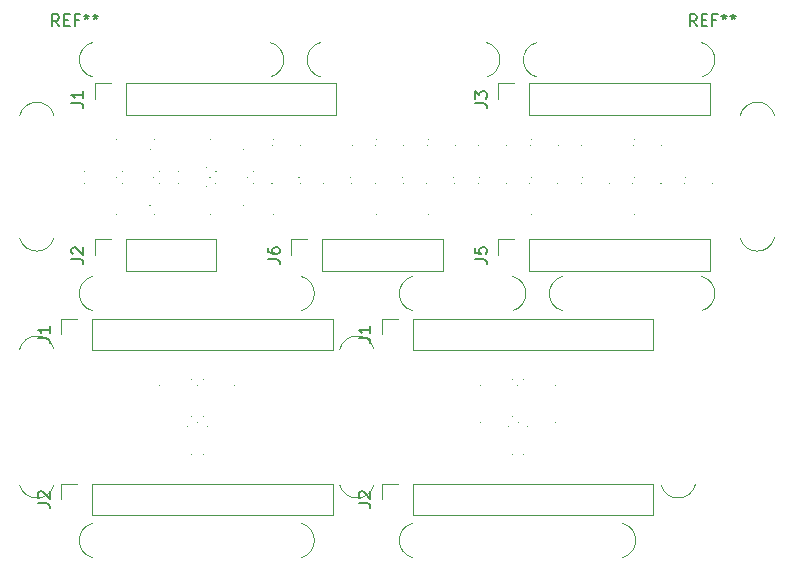
<source format=gbr>
G04 #@! TF.GenerationSoftware,KiCad,Pcbnew,(5.1.9)-1*
G04 #@! TF.CreationDate,2021-05-14T22:58:58-04:00*
G04 #@! TF.ProjectId,Scratch+Com Panelized,53637261-7463-4682-9b43-6f6d2050616e,rev?*
G04 #@! TF.SameCoordinates,Original*
G04 #@! TF.FileFunction,Legend,Top*
G04 #@! TF.FilePolarity,Positive*
%FSLAX46Y46*%
G04 Gerber Fmt 4.6, Leading zero omitted, Abs format (unit mm)*
G04 Created by KiCad (PCBNEW (5.1.9)-1) date 2021-05-14 22:58:58*
%MOMM*%
%LPD*%
G01*
G04 APERTURE LIST*
%ADD10C,0.120000*%
%ADD11C,0.100000*%
%ADD12C,0.150000*%
G04 APERTURE END LIST*
D10*
X143120316Y-84755451D02*
G75*
G02*
X143100001Y-81850001I379684J1455451D01*
G01*
X138879684Y-81844549D02*
G75*
G02*
X138899999Y-84749999I-379684J-1455451D01*
G01*
X124820316Y-84755451D02*
G75*
G02*
X124800001Y-81850001I379684J1455451D01*
G01*
X120579684Y-81844549D02*
G75*
G02*
X120599999Y-84749999I-379684J-1455451D01*
G01*
X145320316Y-104555451D02*
G75*
G02*
X145300001Y-101650001I379684J1455451D01*
G01*
X141079684Y-101644549D02*
G75*
G02*
X141099999Y-104549999I-379684J-1455451D01*
G01*
X132621410Y-125455737D02*
G75*
G02*
X132600000Y-122550000I378590J1455737D01*
G01*
X123178590Y-122544263D02*
G75*
G02*
X123200000Y-125450000I-378590J-1455737D01*
G01*
X129355737Y-119278590D02*
G75*
G02*
X126450000Y-119300000I-1455737J378590D01*
G01*
X156555737Y-119278590D02*
G75*
G02*
X153650000Y-119300000I-1455737J378590D01*
G01*
X150378590Y-122544263D02*
G75*
G02*
X150400000Y-125450000I-378590J-1455737D01*
G01*
X105521410Y-125455737D02*
G75*
G02*
X105500000Y-122550000I378590J1455737D01*
G01*
X102255737Y-119278590D02*
G75*
G02*
X99350000Y-119300000I-1455737J378590D01*
G01*
X99344263Y-88021410D02*
G75*
G02*
X102250000Y-88000000I1455737J-378590D01*
G01*
X105521410Y-84755737D02*
G75*
G02*
X105500000Y-81850000I378590J1455737D01*
G01*
X157078590Y-81844263D02*
G75*
G02*
X157100000Y-84750000I-378590J-1455737D01*
G01*
X160344263Y-88021410D02*
G75*
G02*
X163250000Y-88000000I1455737J-378590D01*
G01*
X163255737Y-98378590D02*
G75*
G02*
X160350000Y-98400000I-1455737J378590D01*
G01*
X157078590Y-101644263D02*
G75*
G02*
X157100000Y-104550000I-378590J-1455737D01*
G01*
X123178590Y-101644263D02*
G75*
G02*
X123200000Y-104550000I-378590J-1455737D01*
G01*
X132621410Y-104555737D02*
G75*
G02*
X132600000Y-101650000I378590J1455737D01*
G01*
X126444263Y-107821410D02*
G75*
G02*
X129350000Y-107800000I1455737J-378590D01*
G01*
X99344263Y-107821410D02*
G75*
G02*
X102250000Y-107800000I1455737J-378590D01*
G01*
X102255737Y-98378590D02*
G75*
G02*
X99350000Y-98400000I-1455737J378590D01*
G01*
X105521410Y-104555737D02*
G75*
G02*
X105500000Y-101650000I378590J1455737D01*
G01*
X122353000Y-99842000D02*
X122353000Y-98512000D01*
X122353000Y-98512000D02*
X123683000Y-98512000D01*
X124953000Y-98512000D02*
X135173000Y-98512000D01*
X135173000Y-101172000D02*
X135173000Y-98512000D01*
X124953000Y-101172000D02*
X135173000Y-101172000D01*
X124953000Y-101172000D02*
X124953000Y-98512000D01*
X139879000Y-99842000D02*
X139879000Y-98512000D01*
X139879000Y-98512000D02*
X141209000Y-98512000D01*
X142479000Y-98512000D02*
X157779000Y-98512000D01*
X157779000Y-101172000D02*
X157779000Y-98512000D01*
X142479000Y-101172000D02*
X157779000Y-101172000D01*
X142479000Y-101172000D02*
X142479000Y-98512000D01*
X139879000Y-86634000D02*
X139879000Y-85304000D01*
X139879000Y-85304000D02*
X141209000Y-85304000D01*
X142479000Y-85304000D02*
X157779000Y-85304000D01*
X157779000Y-87964000D02*
X157779000Y-85304000D01*
X142479000Y-87964000D02*
X157779000Y-87964000D01*
X142479000Y-87964000D02*
X142479000Y-85304000D01*
X105716000Y-99842000D02*
X105716000Y-98512000D01*
X105716000Y-98512000D02*
X107046000Y-98512000D01*
X108316000Y-98512000D02*
X115996000Y-98512000D01*
X115996000Y-101172000D02*
X115996000Y-98512000D01*
X108316000Y-101172000D02*
X115996000Y-101172000D01*
X108316000Y-101172000D02*
X108316000Y-98512000D01*
X105716000Y-86634000D02*
X105716000Y-85304000D01*
X105716000Y-85304000D02*
X107046000Y-85304000D01*
X108316000Y-85304000D02*
X126156000Y-85304000D01*
X126156000Y-87964000D02*
X126156000Y-85304000D01*
X108316000Y-87964000D02*
X126156000Y-87964000D01*
X108316000Y-87964000D02*
X108316000Y-85304000D01*
D11*
X115986000Y-92747500D02*
G75*
G03*
X115986000Y-92747500I-50000J0D01*
G01*
X118663500Y-90070000D02*
G75*
G03*
X118663500Y-90070000I-50000J0D01*
G01*
X115488500Y-96420000D02*
G75*
G03*
X115488500Y-96420000I-50000J0D01*
G01*
X115169246Y-94061754D02*
G75*
G03*
X115169246Y-94061754I-50000J0D01*
G01*
X118663500Y-93245000D02*
G75*
G03*
X118663500Y-93245000I-50000J0D01*
G01*
X118344246Y-95603246D02*
G75*
G03*
X118344246Y-95603246I-50000J0D01*
G01*
X118344246Y-90886754D02*
G75*
G03*
X118344246Y-90886754I-50000J0D01*
G01*
X118663500Y-96420000D02*
G75*
G03*
X118663500Y-96420000I-50000J0D01*
G01*
X119161000Y-92747500D02*
G75*
G03*
X119161000Y-92747500I-50000J0D01*
G01*
X115986000Y-93742500D02*
G75*
G03*
X115986000Y-93742500I-50000J0D01*
G01*
X119161000Y-93742500D02*
G75*
G03*
X119161000Y-93742500I-50000J0D01*
G01*
X112811000Y-92747500D02*
G75*
G03*
X112811000Y-92747500I-50000J0D01*
G01*
X115488500Y-90070000D02*
G75*
G03*
X115488500Y-90070000I-50000J0D01*
G01*
X115488500Y-93245000D02*
G75*
G03*
X115488500Y-93245000I-50000J0D01*
G01*
X115169246Y-92428246D02*
G75*
G03*
X115169246Y-92428246I-50000J0D01*
G01*
X112811000Y-93742500D02*
G75*
G03*
X112811000Y-93742500I-50000J0D01*
G01*
X110420746Y-90886254D02*
G75*
G03*
X110420746Y-90886254I-50000J0D01*
G01*
X107245746Y-92427746D02*
G75*
G03*
X107245746Y-92427746I-50000J0D01*
G01*
X110420746Y-95602746D02*
G75*
G03*
X110420746Y-95602746I-50000J0D01*
G01*
X110740000Y-90069500D02*
G75*
G03*
X110740000Y-90069500I-50000J0D01*
G01*
X110740000Y-93244500D02*
G75*
G03*
X110740000Y-93244500I-50000J0D01*
G01*
X108062500Y-93742000D02*
G75*
G03*
X108062500Y-93742000I-50000J0D01*
G01*
X107565000Y-93244500D02*
G75*
G03*
X107565000Y-93244500I-50000J0D01*
G01*
X107565000Y-96419500D02*
G75*
G03*
X107565000Y-96419500I-50000J0D01*
G01*
X111237500Y-92747000D02*
G75*
G03*
X111237500Y-92747000I-50000J0D01*
G01*
X107245746Y-94061254D02*
G75*
G03*
X107245746Y-94061254I-50000J0D01*
G01*
X111237500Y-93742000D02*
G75*
G03*
X111237500Y-93742000I-50000J0D01*
G01*
X108062500Y-92747000D02*
G75*
G03*
X108062500Y-92747000I-50000J0D01*
G01*
X110740000Y-96419500D02*
G75*
G03*
X110740000Y-96419500I-50000J0D01*
G01*
X107565000Y-90069500D02*
G75*
G03*
X107565000Y-90069500I-50000J0D01*
G01*
X104887500Y-93742000D02*
G75*
G03*
X104887500Y-93742000I-50000J0D01*
G01*
X104887500Y-92747000D02*
G75*
G03*
X104887500Y-92747000I-50000J0D01*
G01*
X120849125Y-90070000D02*
G75*
G03*
X120849125Y-90070000I-50000J0D01*
G01*
X123129750Y-90567500D02*
G75*
G03*
X123129750Y-90567500I-50000J0D01*
G01*
X123129750Y-93742500D02*
G75*
G03*
X123129750Y-93742500I-50000J0D01*
G01*
X120849125Y-96420000D02*
G75*
G03*
X120849125Y-96420000I-50000J0D01*
G01*
X120748500Y-93742500D02*
G75*
G03*
X120748500Y-93742500I-50000J0D01*
G01*
X120748500Y-90567500D02*
G75*
G03*
X120748500Y-90567500I-50000J0D01*
G01*
X123029125Y-93245000D02*
G75*
G03*
X123029125Y-93245000I-50000J0D01*
G01*
X125214750Y-90070000D02*
G75*
G03*
X125214750Y-90070000I-50000J0D01*
G01*
X127495375Y-90567500D02*
G75*
G03*
X127495375Y-90567500I-50000J0D01*
G01*
X127495375Y-93742500D02*
G75*
G03*
X127495375Y-93742500I-50000J0D01*
G01*
X125214750Y-96420000D02*
G75*
G03*
X125214750Y-96420000I-50000J0D01*
G01*
X125114125Y-93742500D02*
G75*
G03*
X125114125Y-93742500I-50000J0D01*
G01*
X125114125Y-90567500D02*
G75*
G03*
X125114125Y-90567500I-50000J0D01*
G01*
X127394750Y-93245000D02*
G75*
G03*
X127394750Y-93245000I-50000J0D01*
G01*
X129580375Y-90070000D02*
G75*
G03*
X129580375Y-90070000I-50000J0D01*
G01*
X131861000Y-90567500D02*
G75*
G03*
X131861000Y-90567500I-50000J0D01*
G01*
X131861000Y-93742500D02*
G75*
G03*
X131861000Y-93742500I-50000J0D01*
G01*
X129580375Y-96420000D02*
G75*
G03*
X129580375Y-96420000I-50000J0D01*
G01*
X129479750Y-93742500D02*
G75*
G03*
X129479750Y-93742500I-50000J0D01*
G01*
X129479750Y-90567500D02*
G75*
G03*
X129479750Y-90567500I-50000J0D01*
G01*
X131760375Y-93245000D02*
G75*
G03*
X131760375Y-93245000I-50000J0D01*
G01*
X133946000Y-90070000D02*
G75*
G03*
X133946000Y-90070000I-50000J0D01*
G01*
X136226625Y-90567500D02*
G75*
G03*
X136226625Y-90567500I-50000J0D01*
G01*
X136226625Y-93742500D02*
G75*
G03*
X136226625Y-93742500I-50000J0D01*
G01*
X133946000Y-96420000D02*
G75*
G03*
X133946000Y-96420000I-50000J0D01*
G01*
X133845375Y-93742500D02*
G75*
G03*
X133845375Y-93742500I-50000J0D01*
G01*
X133845375Y-90567500D02*
G75*
G03*
X133845375Y-90567500I-50000J0D01*
G01*
X136126000Y-93245000D02*
G75*
G03*
X136126000Y-93245000I-50000J0D01*
G01*
X138311625Y-90070000D02*
G75*
G03*
X138311625Y-90070000I-50000J0D01*
G01*
X140592250Y-90567500D02*
G75*
G03*
X140592250Y-90567500I-50000J0D01*
G01*
X140592250Y-93742500D02*
G75*
G03*
X140592250Y-93742500I-50000J0D01*
G01*
X138311625Y-96420000D02*
G75*
G03*
X138311625Y-96420000I-50000J0D01*
G01*
X138211000Y-93742500D02*
G75*
G03*
X138211000Y-93742500I-50000J0D01*
G01*
X138211000Y-90567500D02*
G75*
G03*
X138211000Y-90567500I-50000J0D01*
G01*
X138311625Y-93245000D02*
G75*
G03*
X138311625Y-93245000I-50000J0D01*
G01*
X142677250Y-90070000D02*
G75*
G03*
X142677250Y-90070000I-50000J0D01*
G01*
X144957875Y-90567500D02*
G75*
G03*
X144957875Y-90567500I-50000J0D01*
G01*
X144957875Y-93742500D02*
G75*
G03*
X144957875Y-93742500I-50000J0D01*
G01*
X142677250Y-96420000D02*
G75*
G03*
X142677250Y-96420000I-50000J0D01*
G01*
X142576625Y-93742500D02*
G75*
G03*
X142576625Y-93742500I-50000J0D01*
G01*
X142576625Y-90567500D02*
G75*
G03*
X142576625Y-90567500I-50000J0D01*
G01*
X142677250Y-93245000D02*
G75*
G03*
X142677250Y-93245000I-50000J0D01*
G01*
X147042875Y-90070000D02*
G75*
G03*
X147042875Y-90070000I-50000J0D01*
G01*
X149323500Y-90567500D02*
G75*
G03*
X149323500Y-90567500I-50000J0D01*
G01*
X149323500Y-93742500D02*
G75*
G03*
X149323500Y-93742500I-50000J0D01*
G01*
X147042875Y-96420000D02*
G75*
G03*
X147042875Y-96420000I-50000J0D01*
G01*
X146942250Y-93742500D02*
G75*
G03*
X146942250Y-93742500I-50000J0D01*
G01*
X146942250Y-90567500D02*
G75*
G03*
X146942250Y-90567500I-50000J0D01*
G01*
X147042875Y-93245000D02*
G75*
G03*
X147042875Y-93245000I-50000J0D01*
G01*
X151408500Y-90070000D02*
G75*
G03*
X151408500Y-90070000I-50000J0D01*
G01*
X153689125Y-90567500D02*
G75*
G03*
X153689125Y-90567500I-50000J0D01*
G01*
X153689125Y-93742500D02*
G75*
G03*
X153689125Y-93742500I-50000J0D01*
G01*
X151408500Y-96420000D02*
G75*
G03*
X151408500Y-96420000I-50000J0D01*
G01*
X151307875Y-93742500D02*
G75*
G03*
X151307875Y-93742500I-50000J0D01*
G01*
X151307875Y-90567500D02*
G75*
G03*
X151307875Y-90567500I-50000J0D01*
G01*
X151408500Y-93245000D02*
G75*
G03*
X151408500Y-93245000I-50000J0D01*
G01*
X155774125Y-90070000D02*
G75*
G03*
X155774125Y-90070000I-50000J0D01*
G01*
X158054750Y-90567500D02*
G75*
G03*
X158054750Y-90567500I-50000J0D01*
G01*
X158054750Y-93742500D02*
G75*
G03*
X158054750Y-93742500I-50000J0D01*
G01*
X155774125Y-96420000D02*
G75*
G03*
X155774125Y-96420000I-50000J0D01*
G01*
X155673500Y-93742500D02*
G75*
G03*
X155673500Y-93742500I-50000J0D01*
G01*
X155673500Y-90567500D02*
G75*
G03*
X155673500Y-90567500I-50000J0D01*
G01*
X155774125Y-93245000D02*
G75*
G03*
X155774125Y-93245000I-50000J0D01*
G01*
X111236500Y-110851000D02*
G75*
G03*
X111236500Y-110851000I-50000J0D01*
G01*
D10*
X102875000Y-120515000D02*
X102875000Y-119185000D01*
X102875000Y-119185000D02*
X104205000Y-119185000D01*
X105475000Y-119185000D02*
X125855000Y-119185000D01*
X125855000Y-121845000D02*
X125855000Y-119185000D01*
X105475000Y-121845000D02*
X125855000Y-121845000D01*
X105475000Y-121845000D02*
X105475000Y-119185000D01*
X102875000Y-106545000D02*
X102875000Y-105215000D01*
X102875000Y-105215000D02*
X104205000Y-105215000D01*
X105475000Y-105215000D02*
X125855000Y-105215000D01*
X125855000Y-107875000D02*
X125855000Y-105215000D01*
X105475000Y-107875000D02*
X125855000Y-107875000D01*
X105475000Y-107875000D02*
X105475000Y-105215000D01*
D11*
X114909000Y-110353500D02*
G75*
G03*
X114909000Y-110353500I-50000J0D01*
G01*
X117586500Y-110851000D02*
G75*
G03*
X117586500Y-110851000I-50000J0D01*
G01*
X116769746Y-111170254D02*
G75*
G03*
X116769746Y-111170254I-50000J0D01*
G01*
X114909000Y-116703500D02*
G75*
G03*
X114909000Y-116703500I-50000J0D01*
G01*
X115228254Y-114345254D02*
G75*
G03*
X115228254Y-114345254I-50000J0D01*
G01*
X113594746Y-114345254D02*
G75*
G03*
X113594746Y-114345254I-50000J0D01*
G01*
X112053254Y-111170254D02*
G75*
G03*
X112053254Y-111170254I-50000J0D01*
G01*
X113914000Y-113528500D02*
G75*
G03*
X113914000Y-113528500I-50000J0D01*
G01*
X113914000Y-116703500D02*
G75*
G03*
X113914000Y-116703500I-50000J0D01*
G01*
X114411500Y-110851000D02*
G75*
G03*
X114411500Y-110851000I-50000J0D01*
G01*
X114909000Y-113528500D02*
G75*
G03*
X114909000Y-113528500I-50000J0D01*
G01*
X114411500Y-114026000D02*
G75*
G03*
X114411500Y-114026000I-50000J0D01*
G01*
X111236500Y-114026000D02*
G75*
G03*
X111236500Y-114026000I-50000J0D01*
G01*
X113914000Y-110353500D02*
G75*
G03*
X113914000Y-110353500I-50000J0D01*
G01*
X117586500Y-114026000D02*
G75*
G03*
X117586500Y-114026000I-50000J0D01*
G01*
X138386500Y-110851000D02*
G75*
G03*
X138386500Y-110851000I-50000J0D01*
G01*
D10*
X130025000Y-120515000D02*
X130025000Y-119185000D01*
X130025000Y-119185000D02*
X131355000Y-119185000D01*
X132625000Y-119185000D02*
X153005000Y-119185000D01*
X153005000Y-121845000D02*
X153005000Y-119185000D01*
X132625000Y-121845000D02*
X153005000Y-121845000D01*
X132625000Y-121845000D02*
X132625000Y-119185000D01*
X130025000Y-106545000D02*
X130025000Y-105215000D01*
X130025000Y-105215000D02*
X131355000Y-105215000D01*
X132625000Y-105215000D02*
X153005000Y-105215000D01*
X153005000Y-107875000D02*
X153005000Y-105215000D01*
X132625000Y-107875000D02*
X153005000Y-107875000D01*
X132625000Y-107875000D02*
X132625000Y-105215000D01*
D11*
X142059000Y-110353500D02*
G75*
G03*
X142059000Y-110353500I-50000J0D01*
G01*
X144736500Y-110851000D02*
G75*
G03*
X144736500Y-110851000I-50000J0D01*
G01*
X143919746Y-111170254D02*
G75*
G03*
X143919746Y-111170254I-50000J0D01*
G01*
X142059000Y-116703500D02*
G75*
G03*
X142059000Y-116703500I-50000J0D01*
G01*
X142378254Y-114345254D02*
G75*
G03*
X142378254Y-114345254I-50000J0D01*
G01*
X140744746Y-114345254D02*
G75*
G03*
X140744746Y-114345254I-50000J0D01*
G01*
X139203254Y-111170254D02*
G75*
G03*
X139203254Y-111170254I-50000J0D01*
G01*
X141064000Y-113528500D02*
G75*
G03*
X141064000Y-113528500I-50000J0D01*
G01*
X141064000Y-116703500D02*
G75*
G03*
X141064000Y-116703500I-50000J0D01*
G01*
X141561500Y-110851000D02*
G75*
G03*
X141561500Y-110851000I-50000J0D01*
G01*
X142059000Y-113528500D02*
G75*
G03*
X142059000Y-113528500I-50000J0D01*
G01*
X141561500Y-114026000D02*
G75*
G03*
X141561500Y-114026000I-50000J0D01*
G01*
X138386500Y-114026000D02*
G75*
G03*
X138386500Y-114026000I-50000J0D01*
G01*
X141064000Y-110353500D02*
G75*
G03*
X141064000Y-110353500I-50000J0D01*
G01*
X144736500Y-114026000D02*
G75*
G03*
X144736500Y-114026000I-50000J0D01*
G01*
D12*
X156666666Y-80452380D02*
X156333333Y-79976190D01*
X156095238Y-80452380D02*
X156095238Y-79452380D01*
X156476190Y-79452380D01*
X156571428Y-79500000D01*
X156619047Y-79547619D01*
X156666666Y-79642857D01*
X156666666Y-79785714D01*
X156619047Y-79880952D01*
X156571428Y-79928571D01*
X156476190Y-79976190D01*
X156095238Y-79976190D01*
X157095238Y-79928571D02*
X157428571Y-79928571D01*
X157571428Y-80452380D02*
X157095238Y-80452380D01*
X157095238Y-79452380D01*
X157571428Y-79452380D01*
X158333333Y-79928571D02*
X158000000Y-79928571D01*
X158000000Y-80452380D02*
X158000000Y-79452380D01*
X158476190Y-79452380D01*
X159000000Y-79452380D02*
X159000000Y-79690476D01*
X158761904Y-79595238D02*
X159000000Y-79690476D01*
X159238095Y-79595238D01*
X158857142Y-79880952D02*
X159000000Y-79690476D01*
X159142857Y-79880952D01*
X159761904Y-79452380D02*
X159761904Y-79690476D01*
X159523809Y-79595238D02*
X159761904Y-79690476D01*
X160000000Y-79595238D01*
X159619047Y-79880952D02*
X159761904Y-79690476D01*
X159904761Y-79880952D01*
X102666666Y-80452380D02*
X102333333Y-79976190D01*
X102095238Y-80452380D02*
X102095238Y-79452380D01*
X102476190Y-79452380D01*
X102571428Y-79500000D01*
X102619047Y-79547619D01*
X102666666Y-79642857D01*
X102666666Y-79785714D01*
X102619047Y-79880952D01*
X102571428Y-79928571D01*
X102476190Y-79976190D01*
X102095238Y-79976190D01*
X103095238Y-79928571D02*
X103428571Y-79928571D01*
X103571428Y-80452380D02*
X103095238Y-80452380D01*
X103095238Y-79452380D01*
X103571428Y-79452380D01*
X104333333Y-79928571D02*
X104000000Y-79928571D01*
X104000000Y-80452380D02*
X104000000Y-79452380D01*
X104476190Y-79452380D01*
X105000000Y-79452380D02*
X105000000Y-79690476D01*
X104761904Y-79595238D02*
X105000000Y-79690476D01*
X105238095Y-79595238D01*
X104857142Y-79880952D02*
X105000000Y-79690476D01*
X105142857Y-79880952D01*
X105761904Y-79452380D02*
X105761904Y-79690476D01*
X105523809Y-79595238D02*
X105761904Y-79690476D01*
X106000000Y-79595238D01*
X105619047Y-79880952D02*
X105761904Y-79690476D01*
X105904761Y-79880952D01*
X120365380Y-100175333D02*
X121079666Y-100175333D01*
X121222523Y-100222952D01*
X121317761Y-100318190D01*
X121365380Y-100461047D01*
X121365380Y-100556285D01*
X120365380Y-99270571D02*
X120365380Y-99461047D01*
X120413000Y-99556285D01*
X120460619Y-99603904D01*
X120603476Y-99699142D01*
X120793952Y-99746761D01*
X121174904Y-99746761D01*
X121270142Y-99699142D01*
X121317761Y-99651523D01*
X121365380Y-99556285D01*
X121365380Y-99365809D01*
X121317761Y-99270571D01*
X121270142Y-99222952D01*
X121174904Y-99175333D01*
X120936809Y-99175333D01*
X120841571Y-99222952D01*
X120793952Y-99270571D01*
X120746333Y-99365809D01*
X120746333Y-99556285D01*
X120793952Y-99651523D01*
X120841571Y-99699142D01*
X120936809Y-99746761D01*
X137891380Y-100175333D02*
X138605666Y-100175333D01*
X138748523Y-100222952D01*
X138843761Y-100318190D01*
X138891380Y-100461047D01*
X138891380Y-100556285D01*
X137891380Y-99222952D02*
X137891380Y-99699142D01*
X138367571Y-99746761D01*
X138319952Y-99699142D01*
X138272333Y-99603904D01*
X138272333Y-99365809D01*
X138319952Y-99270571D01*
X138367571Y-99222952D01*
X138462809Y-99175333D01*
X138700904Y-99175333D01*
X138796142Y-99222952D01*
X138843761Y-99270571D01*
X138891380Y-99365809D01*
X138891380Y-99603904D01*
X138843761Y-99699142D01*
X138796142Y-99746761D01*
X137891380Y-86967333D02*
X138605666Y-86967333D01*
X138748523Y-87014952D01*
X138843761Y-87110190D01*
X138891380Y-87253047D01*
X138891380Y-87348285D01*
X137891380Y-86586380D02*
X137891380Y-85967333D01*
X138272333Y-86300666D01*
X138272333Y-86157809D01*
X138319952Y-86062571D01*
X138367571Y-86014952D01*
X138462809Y-85967333D01*
X138700904Y-85967333D01*
X138796142Y-86014952D01*
X138843761Y-86062571D01*
X138891380Y-86157809D01*
X138891380Y-86443523D01*
X138843761Y-86538761D01*
X138796142Y-86586380D01*
X103728380Y-100175333D02*
X104442666Y-100175333D01*
X104585523Y-100222952D01*
X104680761Y-100318190D01*
X104728380Y-100461047D01*
X104728380Y-100556285D01*
X103823619Y-99746761D02*
X103776000Y-99699142D01*
X103728380Y-99603904D01*
X103728380Y-99365809D01*
X103776000Y-99270571D01*
X103823619Y-99222952D01*
X103918857Y-99175333D01*
X104014095Y-99175333D01*
X104156952Y-99222952D01*
X104728380Y-99794380D01*
X104728380Y-99175333D01*
X103728380Y-86967333D02*
X104442666Y-86967333D01*
X104585523Y-87014952D01*
X104680761Y-87110190D01*
X104728380Y-87253047D01*
X104728380Y-87348285D01*
X104728380Y-85967333D02*
X104728380Y-86538761D01*
X104728380Y-86253047D02*
X103728380Y-86253047D01*
X103871238Y-86348285D01*
X103966476Y-86443523D01*
X104014095Y-86538761D01*
X100887380Y-120848333D02*
X101601666Y-120848333D01*
X101744523Y-120895952D01*
X101839761Y-120991190D01*
X101887380Y-121134047D01*
X101887380Y-121229285D01*
X100982619Y-120419761D02*
X100935000Y-120372142D01*
X100887380Y-120276904D01*
X100887380Y-120038809D01*
X100935000Y-119943571D01*
X100982619Y-119895952D01*
X101077857Y-119848333D01*
X101173095Y-119848333D01*
X101315952Y-119895952D01*
X101887380Y-120467380D01*
X101887380Y-119848333D01*
X100887380Y-106878333D02*
X101601666Y-106878333D01*
X101744523Y-106925952D01*
X101839761Y-107021190D01*
X101887380Y-107164047D01*
X101887380Y-107259285D01*
X101887380Y-105878333D02*
X101887380Y-106449761D01*
X101887380Y-106164047D02*
X100887380Y-106164047D01*
X101030238Y-106259285D01*
X101125476Y-106354523D01*
X101173095Y-106449761D01*
X128037380Y-120848333D02*
X128751666Y-120848333D01*
X128894523Y-120895952D01*
X128989761Y-120991190D01*
X129037380Y-121134047D01*
X129037380Y-121229285D01*
X128132619Y-120419761D02*
X128085000Y-120372142D01*
X128037380Y-120276904D01*
X128037380Y-120038809D01*
X128085000Y-119943571D01*
X128132619Y-119895952D01*
X128227857Y-119848333D01*
X128323095Y-119848333D01*
X128465952Y-119895952D01*
X129037380Y-120467380D01*
X129037380Y-119848333D01*
X128037380Y-106878333D02*
X128751666Y-106878333D01*
X128894523Y-106925952D01*
X128989761Y-107021190D01*
X129037380Y-107164047D01*
X129037380Y-107259285D01*
X129037380Y-105878333D02*
X129037380Y-106449761D01*
X129037380Y-106164047D02*
X128037380Y-106164047D01*
X128180238Y-106259285D01*
X128275476Y-106354523D01*
X128323095Y-106449761D01*
M02*

</source>
